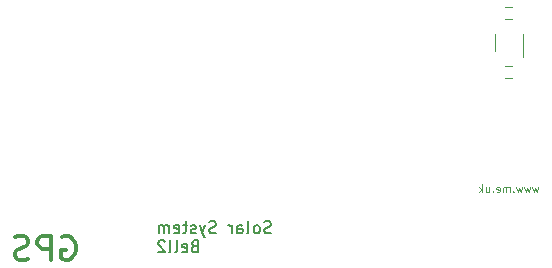
<source format=gbr>
%TF.GenerationSoftware,KiCad,Pcbnew,(6.0.2-0)*%
%TF.CreationDate,2022-03-06T14:19:56+00:00*%
%TF.ProjectId,Bell2,42656c6c-322e-46b6-9963-61645f706362,2*%
%TF.SameCoordinates,Original*%
%TF.FileFunction,Legend,Bot*%
%TF.FilePolarity,Positive*%
%FSLAX46Y46*%
G04 Gerber Fmt 4.6, Leading zero omitted, Abs format (unit mm)*
G04 Created by KiCad (PCBNEW (6.0.2-0)) date 2022-03-06 14:19:56*
%MOMM*%
%LPD*%
G01*
G04 APERTURE LIST*
%ADD10C,0.300000*%
%ADD11C,0.150000*%
%ADD12C,0.100000*%
%ADD13C,0.120000*%
G04 APERTURE END LIST*
D10*
X67178571Y-57000000D02*
X67369047Y-56904761D01*
X67654761Y-56904761D01*
X67940476Y-57000000D01*
X68130952Y-57190476D01*
X68226190Y-57380952D01*
X68321428Y-57761904D01*
X68321428Y-58047619D01*
X68226190Y-58428571D01*
X68130952Y-58619047D01*
X67940476Y-58809523D01*
X67654761Y-58904761D01*
X67464285Y-58904761D01*
X67178571Y-58809523D01*
X67083333Y-58714285D01*
X67083333Y-58047619D01*
X67464285Y-58047619D01*
X66226190Y-58904761D02*
X66226190Y-56904761D01*
X65464285Y-56904761D01*
X65273809Y-57000000D01*
X65178571Y-57095238D01*
X65083333Y-57285714D01*
X65083333Y-57571428D01*
X65178571Y-57761904D01*
X65273809Y-57857142D01*
X65464285Y-57952380D01*
X66226190Y-57952380D01*
X64321428Y-58809523D02*
X64035714Y-58904761D01*
X63559523Y-58904761D01*
X63369047Y-58809523D01*
X63273809Y-58714285D01*
X63178571Y-58523809D01*
X63178571Y-58333333D01*
X63273809Y-58142857D01*
X63369047Y-58047619D01*
X63559523Y-57952380D01*
X63940476Y-57857142D01*
X64130952Y-57761904D01*
X64226190Y-57666666D01*
X64321428Y-57476190D01*
X64321428Y-57285714D01*
X64226190Y-57095238D01*
X64130952Y-57000000D01*
X63940476Y-56904761D01*
X63464285Y-56904761D01*
X63178571Y-57000000D01*
D11*
X84859404Y-56599761D02*
X84716547Y-56647380D01*
X84478452Y-56647380D01*
X84383214Y-56599761D01*
X84335595Y-56552142D01*
X84287976Y-56456904D01*
X84287976Y-56361666D01*
X84335595Y-56266428D01*
X84383214Y-56218809D01*
X84478452Y-56171190D01*
X84668928Y-56123571D01*
X84764166Y-56075952D01*
X84811785Y-56028333D01*
X84859404Y-55933095D01*
X84859404Y-55837857D01*
X84811785Y-55742619D01*
X84764166Y-55695000D01*
X84668928Y-55647380D01*
X84430833Y-55647380D01*
X84287976Y-55695000D01*
X83716547Y-56647380D02*
X83811785Y-56599761D01*
X83859404Y-56552142D01*
X83907023Y-56456904D01*
X83907023Y-56171190D01*
X83859404Y-56075952D01*
X83811785Y-56028333D01*
X83716547Y-55980714D01*
X83573690Y-55980714D01*
X83478452Y-56028333D01*
X83430833Y-56075952D01*
X83383214Y-56171190D01*
X83383214Y-56456904D01*
X83430833Y-56552142D01*
X83478452Y-56599761D01*
X83573690Y-56647380D01*
X83716547Y-56647380D01*
X82811785Y-56647380D02*
X82907023Y-56599761D01*
X82954642Y-56504523D01*
X82954642Y-55647380D01*
X82002261Y-56647380D02*
X82002261Y-56123571D01*
X82049880Y-56028333D01*
X82145119Y-55980714D01*
X82335595Y-55980714D01*
X82430833Y-56028333D01*
X82002261Y-56599761D02*
X82097500Y-56647380D01*
X82335595Y-56647380D01*
X82430833Y-56599761D01*
X82478452Y-56504523D01*
X82478452Y-56409285D01*
X82430833Y-56314047D01*
X82335595Y-56266428D01*
X82097500Y-56266428D01*
X82002261Y-56218809D01*
X81526071Y-56647380D02*
X81526071Y-55980714D01*
X81526071Y-56171190D02*
X81478452Y-56075952D01*
X81430833Y-56028333D01*
X81335595Y-55980714D01*
X81240357Y-55980714D01*
X80192738Y-56599761D02*
X80049880Y-56647380D01*
X79811785Y-56647380D01*
X79716547Y-56599761D01*
X79668928Y-56552142D01*
X79621309Y-56456904D01*
X79621309Y-56361666D01*
X79668928Y-56266428D01*
X79716547Y-56218809D01*
X79811785Y-56171190D01*
X80002261Y-56123571D01*
X80097500Y-56075952D01*
X80145119Y-56028333D01*
X80192738Y-55933095D01*
X80192738Y-55837857D01*
X80145119Y-55742619D01*
X80097500Y-55695000D01*
X80002261Y-55647380D01*
X79764166Y-55647380D01*
X79621309Y-55695000D01*
X79287976Y-55980714D02*
X79049880Y-56647380D01*
X78811785Y-55980714D02*
X79049880Y-56647380D01*
X79145119Y-56885476D01*
X79192738Y-56933095D01*
X79287976Y-56980714D01*
X78478452Y-56599761D02*
X78383214Y-56647380D01*
X78192738Y-56647380D01*
X78097500Y-56599761D01*
X78049880Y-56504523D01*
X78049880Y-56456904D01*
X78097500Y-56361666D01*
X78192738Y-56314047D01*
X78335595Y-56314047D01*
X78430833Y-56266428D01*
X78478452Y-56171190D01*
X78478452Y-56123571D01*
X78430833Y-56028333D01*
X78335595Y-55980714D01*
X78192738Y-55980714D01*
X78097500Y-56028333D01*
X77764166Y-55980714D02*
X77383214Y-55980714D01*
X77621309Y-55647380D02*
X77621309Y-56504523D01*
X77573690Y-56599761D01*
X77478452Y-56647380D01*
X77383214Y-56647380D01*
X76668928Y-56599761D02*
X76764166Y-56647380D01*
X76954642Y-56647380D01*
X77049880Y-56599761D01*
X77097500Y-56504523D01*
X77097500Y-56123571D01*
X77049880Y-56028333D01*
X76954642Y-55980714D01*
X76764166Y-55980714D01*
X76668928Y-56028333D01*
X76621309Y-56123571D01*
X76621309Y-56218809D01*
X77097500Y-56314047D01*
X76192738Y-56647380D02*
X76192738Y-55980714D01*
X76192738Y-56075952D02*
X76145119Y-56028333D01*
X76049880Y-55980714D01*
X75907023Y-55980714D01*
X75811785Y-56028333D01*
X75764166Y-56123571D01*
X75764166Y-56647380D01*
X75764166Y-56123571D02*
X75716547Y-56028333D01*
X75621309Y-55980714D01*
X75478452Y-55980714D01*
X75383214Y-56028333D01*
X75335595Y-56123571D01*
X75335595Y-56647380D01*
X78383214Y-57733571D02*
X78240357Y-57781190D01*
X78192738Y-57828809D01*
X78145119Y-57924047D01*
X78145119Y-58066904D01*
X78192738Y-58162142D01*
X78240357Y-58209761D01*
X78335595Y-58257380D01*
X78716547Y-58257380D01*
X78716547Y-57257380D01*
X78383214Y-57257380D01*
X78287976Y-57305000D01*
X78240357Y-57352619D01*
X78192738Y-57447857D01*
X78192738Y-57543095D01*
X78240357Y-57638333D01*
X78287976Y-57685952D01*
X78383214Y-57733571D01*
X78716547Y-57733571D01*
X77335595Y-58209761D02*
X77430833Y-58257380D01*
X77621309Y-58257380D01*
X77716547Y-58209761D01*
X77764166Y-58114523D01*
X77764166Y-57733571D01*
X77716547Y-57638333D01*
X77621309Y-57590714D01*
X77430833Y-57590714D01*
X77335595Y-57638333D01*
X77287976Y-57733571D01*
X77287976Y-57828809D01*
X77764166Y-57924047D01*
X76716547Y-58257380D02*
X76811785Y-58209761D01*
X76859404Y-58114523D01*
X76859404Y-57257380D01*
X76192738Y-58257380D02*
X76287976Y-58209761D01*
X76335595Y-58114523D01*
X76335595Y-57257380D01*
X75859404Y-57352619D02*
X75811785Y-57305000D01*
X75716547Y-57257380D01*
X75478452Y-57257380D01*
X75383214Y-57305000D01*
X75335595Y-57352619D01*
X75287976Y-57447857D01*
X75287976Y-57543095D01*
X75335595Y-57685952D01*
X75907023Y-58257380D01*
X75287976Y-58257380D01*
D12*
%TO.C,AJK1*%
X107487142Y-52735714D02*
X107363333Y-53169047D01*
X107239523Y-52859523D01*
X107115714Y-53169047D01*
X106991904Y-52735714D01*
X106806190Y-52735714D02*
X106682380Y-53169047D01*
X106558571Y-52859523D01*
X106434761Y-53169047D01*
X106310952Y-52735714D01*
X106125238Y-52735714D02*
X106001428Y-53169047D01*
X105877619Y-52859523D01*
X105753809Y-53169047D01*
X105630000Y-52735714D01*
X105382380Y-53107142D02*
X105351428Y-53138095D01*
X105382380Y-53169047D01*
X105413333Y-53138095D01*
X105382380Y-53107142D01*
X105382380Y-53169047D01*
X105072857Y-53169047D02*
X105072857Y-52735714D01*
X105072857Y-52797619D02*
X105041904Y-52766666D01*
X104980000Y-52735714D01*
X104887142Y-52735714D01*
X104825238Y-52766666D01*
X104794285Y-52828571D01*
X104794285Y-53169047D01*
X104794285Y-52828571D02*
X104763333Y-52766666D01*
X104701428Y-52735714D01*
X104608571Y-52735714D01*
X104546666Y-52766666D01*
X104515714Y-52828571D01*
X104515714Y-53169047D01*
X103958571Y-53138095D02*
X104020476Y-53169047D01*
X104144285Y-53169047D01*
X104206190Y-53138095D01*
X104237142Y-53076190D01*
X104237142Y-52828571D01*
X104206190Y-52766666D01*
X104144285Y-52735714D01*
X104020476Y-52735714D01*
X103958571Y-52766666D01*
X103927619Y-52828571D01*
X103927619Y-52890476D01*
X104237142Y-52952380D01*
X103649047Y-53107142D02*
X103618095Y-53138095D01*
X103649047Y-53169047D01*
X103680000Y-53138095D01*
X103649047Y-53107142D01*
X103649047Y-53169047D01*
X103060952Y-52735714D02*
X103060952Y-53169047D01*
X103339523Y-52735714D02*
X103339523Y-53076190D01*
X103308571Y-53138095D01*
X103246666Y-53169047D01*
X103153809Y-53169047D01*
X103091904Y-53138095D01*
X103060952Y-53107142D01*
X102751428Y-53169047D02*
X102751428Y-52519047D01*
X102689523Y-52921428D02*
X102503809Y-53169047D01*
X102503809Y-52735714D02*
X102751428Y-52983333D01*
D13*
%TO.C,C3*%
X104700000Y-42500000D02*
X105300000Y-42500000D01*
X104700000Y-43500000D02*
X105300000Y-43500000D01*
%TO.C,D1*%
X103840000Y-41200000D02*
X103840000Y-39800000D01*
X106160000Y-39800000D02*
X106160000Y-41700000D01*
%TO.C,C2*%
X105300000Y-38500000D02*
X104700000Y-38500000D01*
X105300000Y-37500000D02*
X104700000Y-37500000D01*
%TD*%
M02*

</source>
